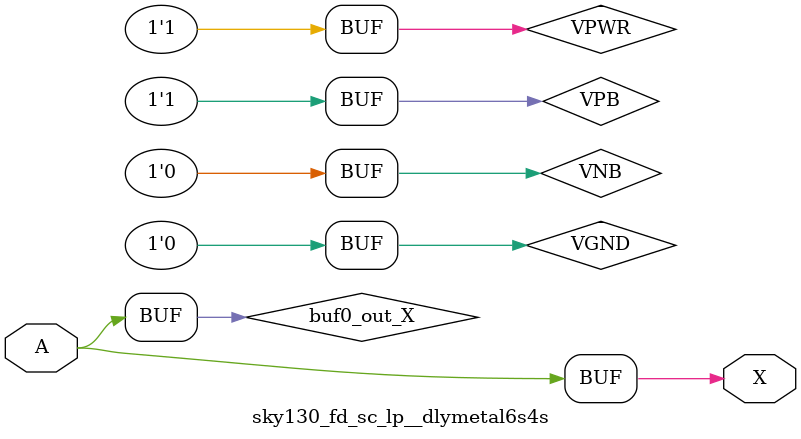
<source format=v>
/*
 * Copyright 2020 The SkyWater PDK Authors
 *
 * Licensed under the Apache License, Version 2.0 (the "License");
 * you may not use this file except in compliance with the License.
 * You may obtain a copy of the License at
 *
 *     https://www.apache.org/licenses/LICENSE-2.0
 *
 * Unless required by applicable law or agreed to in writing, software
 * distributed under the License is distributed on an "AS IS" BASIS,
 * WITHOUT WARRANTIES OR CONDITIONS OF ANY KIND, either express or implied.
 * See the License for the specific language governing permissions and
 * limitations under the License.
 *
 * SPDX-License-Identifier: Apache-2.0
*/


`ifndef SKY130_FD_SC_LP__DLYMETAL6S4S_TIMING_V
`define SKY130_FD_SC_LP__DLYMETAL6S4S_TIMING_V

/**
 * dlymetal6s4s: 6-inverter delay with output from 4th inverter on
 *               horizontal route.
 *
 * Verilog simulation timing model.
 */

`timescale 1ns / 1ps
`default_nettype none

`celldefine
module sky130_fd_sc_lp__dlymetal6s4s (
    X,
    A
);

    // Module ports
    output X;
    input  A;

    // Module supplies
    supply1 VPWR;
    supply0 VGND;
    supply1 VPB ;
    supply0 VNB ;

    // Local signals
    wire buf0_out_X;

    //  Name  Output      Other arguments
    buf buf0 (buf0_out_X, A              );
    buf buf1 (X         , buf0_out_X     );

endmodule
`endcelldefine

`default_nettype wire
`endif  // SKY130_FD_SC_LP__DLYMETAL6S4S_TIMING_V

</source>
